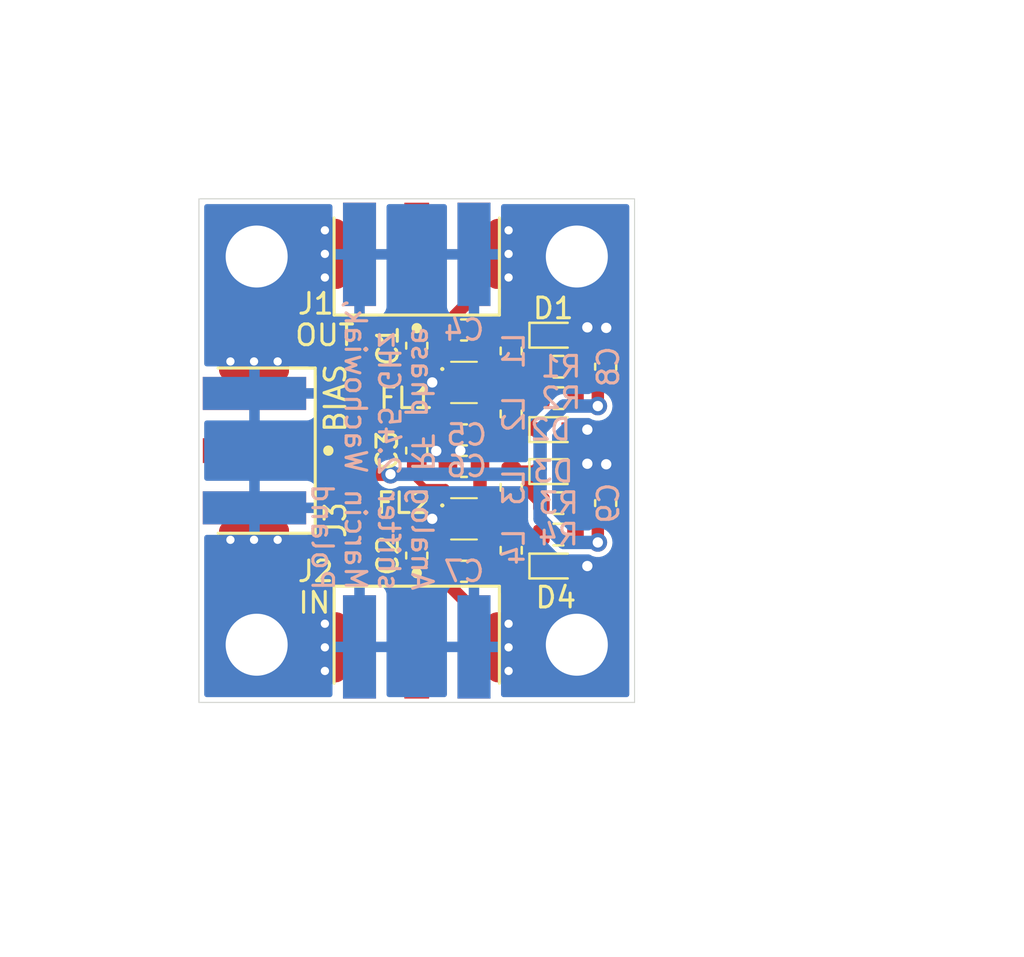
<source format=kicad_pcb>
(kicad_pcb (version 20211014) (generator pcbnew)
  (title_block (title "Analog RF phase shifter 2,4-2,5GHz") (date "2021-05-03") (rev "1.0.0") (company "Marcin Wachowiak, Poland"))
  (layers (0 "F.Cu" signal) (31 "B.Cu" signal) (34 "B.Paste" user) (35 "F.Paste" user) (36 "B.SilkS" user "B.Silkscreen") (37 "F.SilkS" user "F.Silkscreen") (38 "B.Mask" user) (39 "F.Mask" user) (44 "Edge.Cuts" user))
  (net 0 "")
  (net 1 "Net-(C1-Pad2)")
  (net 2 "Net-(C1-Pad1)")
  (net 3 "Net-(C3-Pad1)")
  (net 4 "Net-(C2-Pad1)")
  (net 5 "GND")
  (net 6 "Net-(D2-Pad1)")
  (net 7 "Net-(C5-Pad1)")
  (net 8 "Net-(C4-Pad1)")
  (net 9 "Net-(C6-Pad1)")
  (net 10 "Net-(C8-Pad1)")
  (net 11 "Net-(D1-Pad1)")
  (net 12 "Net-(D4-Pad1)")
  (net 13 "Net-(C2-Pad2)")
  (net 14 "Net-(C3-Pad2)")
  (net 15 "Net-(C7-Pad1)")
  (net 16 "Net-(L3-Pad2)")
  (footprint "Capacitor_SMD:C_0603_1608Metric" (layer "F.Cu") (at 84.455 52.07 90)
    (fp_text reference "C1" (at 0 -1.397 90) (layer "F.SilkS"))
    (fp_text value "100p")
    (fp_line (start -0.14058 -0.51) (end 0.14058 -0.51) (layer "F.SilkS") (width 0.12))
    (fp_line (start -0.14058 0.51) (end 0.14058 0.51) (layer "F.SilkS") (width 0.12))
    (pad "1" smd roundrect (at -0.775 0 90) (size 0.9 0.95) (layers "F.Cu" "F.Paste" "F.Mask") (net 2 "Net-(C1-Pad1)"))
    (pad "2" smd roundrect (at 0.775 0 90) (size 0.9 0.95) (layers "F.Cu" "F.Paste" "F.Mask") (net 1 "Net-(C1-Pad2)"))
  )
  (footprint "analog_rf_phase_shifter_module:C2327J5003AHF" (layer "F.Cu") (at 86.741 53.848 -90)
    (fp_text reference "FL1" (at 0.762 2.794) (layer "F.SilkS"))
    (fp_text value "C2327J5003AHF" hide)
    (fp_line (start -1 0.625) (end -1 -0.625) (layer "F.SilkS") (width 0.1))
    (fp_line (start -0.65 1.1) (end -0.65 1.1) (layer "F.SilkS") (width 0.1))
    (fp_line (start -0.65 1) (end -0.65 1) (layer "F.SilkS") (width 0.1))
    (fp_line (start 1 0.625) (end 1 -0.625) (layer "F.SilkS") (width 0.1))
    (fp_arc (start -0.65 1) (mid -0.6 1.05) (end -0.65 1.1) (layer "F.SilkS") (width 0.1))
    (fp_arc (start -0.65 1.1) (mid -0.7 1.05) (end -0.65 1) (layer "F.SilkS") (width 0.1))
    (pad "1" smd rect locked (at -0.65 0.495) (size 0.33 0.35) (layers "F.Cu" "F.Paste" "F.Mask") (net 2 "Net-(C1-Pad1)"))
    (pad "2" smd rect locked (at 0 0.495) (size 0.33 0.35) (layers "F.Cu" "F.Paste" "F.Mask") (net 5 "GND"))
    (pad "3" smd rect locked (at 0.65 0.495) (size 0.33 0.35) (layers "F.Cu" "F.Paste" "F.Mask") (net 14 "Net-(C3-Pad2)"))
    (pad "4" smd rect locked (at 0.65 -0.495) (size 0.33 0.35) (layers "F.Cu" "F.Paste" "F.Mask") (net 7 "Net-(C5-Pad1)"))
    (pad "5" smd rect locked (at 0 -0.495) (size 0.33 0.35) (layers "F.Cu" "F.Paste" "F.Mask") (net 5 "GND"))
    (pad "6" smd rect locked (at -0.65 -0.495) (size 0.33 0.35) (layers "F.Cu" "F.Paste" "F.Mask") (net 8 "Net-(C4-Pad1)"))
  )
  (footprint "Capacitor_SMD:C_0603_1608Metric" (layer "F.Cu") (at 84.455 62.23 90)
    (fp_text reference "C2" (at 0 -1.397 90) (layer "F.SilkS"))
    (fp_text value "100p")
    (fp_line (start -0.14058 -0.51) (end 0.14058 -0.51) (layer "F.SilkS") (width 0.12))
    (fp_line (start -0.14058 0.51) (end 0.14058 0.51) (layer "F.SilkS") (width 0.12))
    (pad "1" smd roundrect (at -0.775 0 90) (size 0.9 0.95) (layers "F.Cu" "F.Paste" "F.Mask") (net 4 "Net-(C2-Pad1)"))
    (pad "2" smd roundrect (at 0.775 0 90) (size 0.9 0.95) (layers "F.Cu" "F.Paste" "F.Mask") (net 13 "Net-(C2-Pad2)"))
  )
  (footprint "analog_rf_phase_shifter_module:CON-SMA-EDGE-S" (layer "F.Cu") (at 84.455 73.914 180)
    (fp_text reference "J2" (at 3.937 10.922) (layer "F.SilkS") (effects (justify right)))
    (fp_text value "CON-SMA-EDGE-S" hide)
    (fp_line (start -4 5.5) (end -4 10.2) (layer "F.SilkS") (width 0.15))
    (fp_line (start 4 5.5) (end 4 10.2) (layer "F.SilkS") (width 0.15))
    (fp_line (start -4 10.2) (end 4 10.2) (layer "F.SilkS") (width 0.15))
    (fp_circle (center 0 10.835) (end 0.125 10.835) (layer "F.SilkS") (width 0.25) (fill none))
    (pad "1" smd rect locked (at 0 7.26 180) (size 1.2 5) (layers "F.Cu" "F.Paste" "F.Mask") (net 4 "Net-(C2-Pad1)"))
    (pad "2" smd rect locked (at 2.77 7.26 180) (size 1.6 5) (layers "F.Cu" "F.Paste" "F.Mask") (net 5 "GND"))
    (pad "2" smd rect locked (at 2.77 7.26 180) (size 1.6 5) (layers "B.Cu" "B.Paste" "B.Mask") (net 5 "GND"))
    (pad "2" smd rect locked (at -2.77 7.26 180) (size 1.6 5) (layers "B.Cu" "B.Paste" "B.Mask") (net 5 "GND"))
    (pad "2" smd rect locked (at -2.77 7.26 180) (size 1.6 5) (layers "F.Cu" "F.Paste" "F.Mask") (net 5 "GND"))
  )
  (footprint "analog_rf_phase_shifter_module:CON-SMA-EDGE-S" (layer "F.Cu") (at 84.455 40.386)
    (fp_text reference "J1" (at -5.842 9.652) (layer "F.SilkS") (effects (justify left)))
    (fp_text value "CON-SMA-EDGE-S" hide)
    (fp_line (start -4 10.2) (end 4 10.2) (layer "F.SilkS") (width 0.15))
    (fp_line (start 4 5.5) (end 4 10.2) (layer "F.SilkS") (width 0.15))
    (fp_line (start -4 5.5) (end -4 10.2) (layer "F.SilkS") (width 0.15))
    (fp_circle (center 0 10.835) (end 0.125 10.835) (layer "F.SilkS") (width 0.25) (fill none))
    (pad "1" smd rect locked (at 0 7.26) (size 1.2 5) (layers "F.Cu" "F.Paste" "F.Mask") (net 1 "Net-(C1-Pad2)"))
    (pad "2" smd rect locked (at 2.77 7.26) (size 1.6 5) (layers "F.Cu" "F.Paste" "F.Mask") (net 5 "GND"))
    (pad "2" smd rect locked (at 2.77 7.26) (size 1.6 5) (layers "B.Cu" "B.Paste" "B.Mask") (net 5 "GND"))
    (pad "2" smd rect locked (at -2.77 7.26) (size 1.6 5) (layers "F.Cu" "F.Paste" "F.Mask") (net 5 "GND"))
    (pad "2" smd rect locked (at -2.77 7.26) (size 1.6 5) (layers "B.Cu" "B.Paste" "B.Mask") (net 5 "GND"))
  )
  (footprint "Diode_SMD:D_SOD-523" (layer "F.Cu") (at 91.059 56.134)
    (fp_text reference "D2" (at -0.127 0) (layer "B.SilkS") (effects (justify mirror)))
    (fp_text value "SMV1763-079LF ")
    (fp_line (start 0.7 -0.6) (end -1.15 -0.6) (layer "F.SilkS") (width 0.12))
    (fp_line (start -1.15 -0.6) (end -1.15 0.6) (layer "F.SilkS") (width 0.12))
    (fp_line (start 0.7 0.6) (end -1.15 0.6) (layer "F.SilkS") (width 0.12))
    (pad "1" smd rect (at -0.7 0 180) (size 0.6 0.7) (layers "F.Cu" "F.Paste" "F.Mask") (net 6 "Net-(D2-Pad1)"))
    (pad "2" smd rect (at 0.7 0 180) (size 0.6 0.7) (layers "F.Cu" "F.Paste" "F.Mask") (net 5 "GND"))
  )
  (footprint "analog_rf_phase_shifter_module:CON-SMA-EDGE-S" (layer "F.Cu") (at 69.342 57.15 90)
    (fp_text reference "J3" (at -4.318 11.176 270) (layer "F.SilkS") (effects (justify left)))
    (fp_text value "CON-SMA-EDGE-S" hide)
    (fp_line (start -4 10.2) (end 4 10.2) (layer "F.SilkS") (width 0.15))
    (fp_line (start 4 5.5) (end 4 10.2) (layer "F.SilkS") (width 0.15))
    (fp_line (start -4 5.5) (end -4 10.2) (layer "F.SilkS") (width 0.15))
    (fp_circle (center 0 10.835) (end 0.125 10.835) (layer "F.SilkS") (width 0.25) (fill none))
    (pad "1" smd rect locked (at 0 7.26 90) (size 1.2 5) (layers "F.Cu" "F.Paste" "F.Mask") (net 10 "Net-(C8-Pad1)"))
    (pad "2" smd rect locked (at -2.77 7.26 90) (size 1.6 5) (layers "B.Cu" "B.Paste" "B.Mask") (net 5 "GND"))
    (pad "2" smd rect locked (at 2.77 7.26 90) (size 1.6 5) (layers "B.Cu" "B.Paste" "B.Mask") (net 5 "GND"))
    (pad "2" smd rect locked (at 2.77 7.26 90) (size 1.6 5) (layers "F.Cu" "F.Paste" "F.Mask") (net 5 "GND"))
    (pad "2" smd rect locked (at -2.77 7.26 90) (size 1.6 5) (layers "F.Cu" "F.Paste" "F.Mask") (net 5 "GND"))
  )
  (footprint "Capacitor_SMD:C_0603_1608Metric" (layer "F.Cu") (at 86.741 57.912 180)
    (fp_text reference "C6" (at -0.127 0) (layer "B.SilkS") (effects (justify mirror)))
    (fp_text value "2p")
    (fp_line (start -0.14058 -0.51) (end 0.14058 -0.51) (layer "F.SilkS") (width 0.12))
    (fp_line (start -0.14058 0.51) (end 0.14058 0.51) (layer "F.SilkS") (width 0.12))
    (pad "1" smd roundrect (at -0.775 0 180) (size 0.9 0.95) (layers "F.Cu" "F.Paste" "F.Mask") (net 9 "Net-(C6-Pad1)"))
    (pad "2" smd roundrect (at 0.775 0 180) (size 0.9 0.95) (layers "F.Cu" "F.Paste" "F.Mask") (net 5 "GND"))
  )
  (footprint "Capacitor_SMD:C_0603_1608Metric" (layer "F.Cu") (at 86.741 51.308 180)
    (fp_text reference "C4" (at 0 0) (layer "B.SilkS") (effects (justify mirror)))
    (fp_text value "2p")
    (fp_line (start -0.14058 -0.51) (end 0.14058 -0.51) (layer "F.SilkS") (width 0.12))
    (fp_line (start -0.14058 0.51) (end 0.14058 0.51) (layer "F.SilkS") (width 0.12))
    (pad "1" smd roundrect (at -0.775 0 180) (size 0.9 0.95) (layers "F.Cu" "F.Paste" "F.Mask") (net 8 "Net-(C4-Pad1)"))
    (pad "2" smd roundrect (at 0.775 0 180) (size 0.9 0.95) (layers "F.Cu" "F.Paste" "F.Mask") (net 5 "GND"))
  )
  (footprint "Capacitor_SMD:C_0603_1608Metric" (layer "F.Cu") (at 86.741 62.992 180)
    (fp_text reference "C7" (at 0 0 180) (layer "B.SilkS") (effects (justify mirror)))
    (fp_text value "2p")
    (fp_line (start -0.14058 -0.51) (end 0.14058 -0.51) (layer "F.SilkS") (width 0.12))
    (fp_line (start -0.14058 0.51) (end 0.14058 0.51) (layer "F.SilkS") (width 0.12))
    (pad "1" smd roundrect (at -0.775 0 180) (size 0.9 0.95) (layers "F.Cu" "F.Paste" "F.Mask") (net 15 "Net-(C7-Pad1)"))
    (pad "2" smd roundrect (at 0.775 0 180) (size 0.9 0.95) (layers "F.Cu" "F.Paste" "F.Mask") (net 5 "GND"))
  )
  (footprint "Diode_SMD:D_SOD-523" (layer "F.Cu") (at 91.059 62.738)
    (fp_text reference "D4" (at 0.127 1.524) (layer "F.SilkS"))
    (fp_text value "SMV1763-079LF ")
    (fp_line (start 0.7 -0.6) (end -1.15 -0.6) (layer "F.SilkS") (width 0.12))
    (fp_line (start 0.7 0.6) (end -1.15 0.6) (layer "F.SilkS") (width 0.12))
    (fp_line (start -1.15 -0.6) (end -1.15 0.6) (layer "F.SilkS") (width 0.12))
    (pad "1" smd rect (at -0.7 0 180) (size 0.6 0.7) (layers "F.Cu" "F.Paste" "F.Mask") (net 12 "Net-(D4-Pad1)"))
    (pad "2" smd rect (at 0.7 0 180) (size 0.6 0.7) (layers "F.Cu" "F.Paste" "F.Mask") (net 5 "GND"))
  )
  (footprint "Resistor_SMD:R_0603_1608Metric" (layer "F.Cu") (at 91.313 59.69)
    (fp_text reference "R3" (at 0 0) (layer "B.SilkS") (effects (justify mirror)))
    (fp_text value "200")
    (fp_line (start -0.237258 -0.5225) (end 0.237258 -0.5225) (layer "F.SilkS") (width 0.12))
    (fp_line (start -0.237258 0.5225) (end 0.237258 0.5225) (layer "F.SilkS") (width 0.12))
    (pad "1" smd roundrect (at -0.825 0) (size 0.8 0.95) (layers "F.Cu" "F.Paste" "F.Mask") (net 16 "Net-(L3-Pad2)"))
    (pad "2" smd roundrect (at 0.825 0) (size 0.8 0.95) (layers "F.Cu" "F.Paste" "F.Mask") (net 10 "Net-(C8-Pad1)"))
  )
  (footprint "Resistor_SMD:R_0603_1608Metric" (layer "F.Cu") (at 91.313 53.086)
    (fp_text reference "R1" (at 0.127 0) (layer "B.SilkS") (effects (justify mirror)))
    (fp_text value "200")
    (fp_line (start -0.237258 0.5225) (end 0.237258 0.5225) (layer "F.SilkS") (width 0.12))
    (fp_line (start -0.237258 -0.5225) (end 0.237258 -0.5225) (layer "F.SilkS") (width 0.12))
    (pad "1" smd roundrect (at -0.825 0) (size 0.8 0.95) (layers "F.Cu" "F.Paste" "F.Mask") (net 11 "Net-(D1-Pad1)"))
    (pad "2" smd roundrect (at 0.825 0) (size 0.8 0.95) (layers "F.Cu" "F.Paste" "F.Mask") (net 10 "Net-(C8-Pad1)"))
  )
  (footprint "Inductor_SMD:L_0603_1608Metric" (layer "F.Cu") (at 89.027 61.976 -90)
    (fp_text reference "L4" (at -0.162779 -0.127 -270) (layer "B.SilkS") (effects (justify mirror)))
    (fp_text value "1.8n")
    (fp_line (start -0.162779 0.51) (end 0.162779 0.51) (layer "F.SilkS") (width 0.12))
    (fp_line (start -0.162779 -0.51) (end 0.162779 -0.51) (layer "F.SilkS") (width 0.12))
    (pad "1" smd roundrect (at -0.7875 0 270) (size 0.875 0.95) (layers "F.Cu" "F.Paste" "F.Mask") (net 15 "Net-(C7-Pad1)"))
    (pad "2" smd roundrect (at 0.7875 0 270) (size 0.875 0.95) (layers "F.Cu" "F.Paste" "F.Mask") (net 12 "Net-(D4-Pad1)"))
  )
  (footprint "Capacitor_SMD:C_0603_1608Metric" (layer "F.Cu") (at 86.741 56.388 180)
    (fp_text reference "C5" (at -0.127 0) (layer "B.SilkS") (effects (justify mirror)))
    (fp_text value "2p")
    (fp_line (start -0.14058 -0.51) (end 0.14058 -0.51) (layer "F.SilkS") (width 0.12))
    (fp_line (start -0.14058 0.51) (end 0.14058 0.51) (layer "F.SilkS") (width 0.12))
    (pad "1" smd roundrect (at -0.775 0 180) (size 0.9 0.95) (layers "F.Cu" "F.Paste" "F.Mask") (net 7 "Net-(C5-Pad1)"))
    (pad "2" smd roundrect (at 0.775 0 180) (size 0.9 0.95) (layers "F.Cu" "F.Paste" "F.Mask") (net 5 "GND"))
  )
  (footprint "Capacitor_SMD:C_0603_1608Metric" (layer "F.Cu") (at 93.599 53.086 90)
    (fp_text reference "C8" (at 0 0.127 90) (layer "B.SilkS") (effects (justify mirror)))
    (fp_text value "100p")
    (fp_line (start -0.14058 0.51) (end 0.14058 0.51) (layer "F.SilkS") (width 0.12))
    (fp_line (start -0.14058 -0.51) (end 0.14058 -0.51) (layer "F.SilkS") (width 0.12))
    (pad "1" smd roundrect (at -0.775 0 90) (size 0.9 0.95) (layers "F.Cu" "F.Paste" "F.Mask") (net 10 "Net-(C8-Pad1)"))
    (pad "2" smd roundrect (at 0.775 0 90) (size 0.9 0.95) (layers "F.Cu" "F.Paste" "F.Mask") (net 5 "GND"))
  )
  (footprint "Capacitor_SMD:C_0603_1608Metric" (layer "F.Cu") (at 84.455 57.15 90)
    (fp_text reference "C3" (at 0 -1.43 90) (layer "F.SilkS"))
    (fp_text value "100p")
    (fp_line (start -0.14058 0.51) (end 0.14058 0.51) (layer "F.SilkS") (width 0.12))
    (fp_line (start -0.14058 -0.51) (end 0.14058 -0.51) (layer "F.SilkS") (width 0.12))
    (pad "1" smd roundrect (at -0.775 0 90) (size 0.9 0.95) (layers "F.Cu" "F.Paste" "F.Mask") (net 3 "Net-(C3-Pad1)"))
    (pad "2" smd roundrect (at 0.775 0 90) (size 0.9 0.95) (layers "F.Cu" "F.Paste" "F.Mask") (net 14 "Net-(C3-Pad2)"))
  )
  (footprint "Diode_SMD:D_SOD-523" (layer "F.Cu") (at 91.059 58.166)
    (fp_text reference "D3" (at 0 0) (layer "B.SilkS") (effects (justify mirror)))
    (fp_text value "SMV1763-079LF ")
    (fp_line (start 0.7 0.6) (end -1.15 0.6) (layer "F.SilkS") (width 0.12))
    (fp_line (start -1.15 -0.6) (end -1.15 0.6) (layer "F.SilkS") (width 0.12))
    (fp_line (start 0.7 -0.6) (end -1.15 -0.6) (layer "F.SilkS") (width 0.12))
    (pad "1" smd rect (at -0.7 0 180) (size 0.6 0.7) (layers "F.Cu" "F.Paste" "F.Mask") (net 16 "Net-(L3-Pad2)"))
    (pad "2" smd rect (at 0.7 0 180) (size 0.6 0.7) (layers "F.Cu" "F.Paste" "F.Mask") (net 5 "GND"))
  )
  (footprint "Diode_SMD:D_SOD-523" (layer "F.Cu") (at 91.059 51.562)
    (fp_text reference "D1" (at 0 -1.3) (layer "F.SilkS"))
    (fp_text value "SMV1763-079LF ")
    (fp_line (start 0.7 0.6) (end -1.15 0.6) (layer "F.SilkS") (width 0.12))
    (fp_line (start -1.15 -0.6) (end -1.15 0.6) (layer "F.SilkS") (width 0.12))
    (fp_line (start 0.7 -0.6) (end -1.15 -0.6) (layer "F.SilkS") (width 0.12))
    (pad "1" smd rect (at -0.7 0 180) (size 0.6 0.7) (layers "F.Cu" "F.Paste" "F.Mask") (net 11 "Net-(D1-Pad1)"))
    (pad "2" smd rect (at 0.7 0 180) (size 0.6 0.7) (layers "F.Cu" "F.Paste" "F.Mask") (net 5 "GND"))
  )
  (footprint "Inductor_SMD:L_0603_1608Metric" (layer "F.Cu") (at 89.027 58.928 90)
    (fp_text reference "L3" (at 0 0.127 90) (layer "B.SilkS") (effects (justify mirror)))
    (fp_text value "1.8n")
    (fp_line (start -0.162779 -0.51) (end 0.162779 -0.51) (layer "F.SilkS") (width 0.12))
    (fp_line (start -0.162779 0.51) (end 0.162779 0.51) (layer "F.SilkS") (width 0.12))
    (pad "1" smd roundrect (at -0.7875 0 90) (size 0.875 0.95) (layers "F.Cu" "F.Paste" "F.Mask") (net 9 "Net-(C6-Pad1)"))
    (pad "2" smd roundrect (at 0.7875 0 90) (size 0.875 0.95) (layers "F.Cu" "F.Paste" "F.Mask") (net 16 "Net-(L3-Pad2)"))
  )
  (footprint "Inductor_SMD:L_0603_1608Metric" (layer "F.Cu") (at 89.027 55.372 -90)
    (fp_text reference "L2" (at 0 -0.127 -270) (layer "B.SilkS") (effects (justify mirror)))
    (fp_text value "1.8n")
    (fp_line (start -0.162779 0.51) (end 0.162779 0.51) (layer "F.SilkS") (width 0.12))
    (fp_line (start -0.162779 -0.51) (end 0.162779 -0.51) (layer "F.SilkS") (width 0.12))
    (pad "1" smd roundrect (at -0.7875 0 270) (size 0.875 0.95) (layers "F.Cu" "F.Paste" "F.Mask") (net 7 "Net-(C5-Pad1)"))
    (pad "2" smd roundrect (at 0.7875 0 270) (size 0.875 0.95) (layers "F.Cu" "F.Paste" "F.Mask") (net 6 "Net-(D2-Pad1)"))
  )
  (footprint "analog_rf_phase_shifter_module:C2327J5003AHF" (layer "F.Cu") (at 86.741 60.452 -90)
    (fp_text reference "FL2" (at -0.762 2.921 180) (layer "F.SilkS"))
    (fp_text value "C2327J5003AHF" hide)
    (fp_line (start -1 0.625) (end -1 -0.625) (layer "F.SilkS") (width 0.1))
    (fp_line (start 1 0.625) (end 1 -0.625) (layer "F.SilkS") (width 0.1))
    (fp_line (start -0.65 1.1) (end -0.65 1.1) (layer "F.SilkS") (width 0.1))
    (fp_line (start -0.65 1) (end -0.65 1) (layer "F.SilkS") (width 0.1))
    (fp_arc (start -0.65 1.1) (mid -0.7 1.05) (end -0.65 1) (layer "F.SilkS") (width 0.1))
    (fp_arc (start -0.65 1) (mid -0.6 1.05) (end -0.65 1.1) (layer "F.SilkS") (width 0.1))
    (pad "1" smd rect locked (at -0.65 0.495) (size 0.33 0.35) (layers "F.Cu" "F.Paste" "F.Mask") (net 3 "Net-(C3-Pad1)"))
    (pad "2" smd rect locked (at 0 0.495) (size 0.33 0.35) (layers "F.Cu" "F.Paste" "F.Mask") (net 5 "GND"))
    (pad "3" smd rect locked (at 0.65 0.495) (size 0.33 0.35) (layers "F.Cu" "F.Paste" "F.Mask") (net 13 "Net-(C2-Pad2)"))
    (pad "4" smd rect locked (at 0.65 -0.495) (size 0.33 0.35) (layers "F.Cu" "F.Paste" "F.Mask") (net 15 "Net-(C7-Pad1)"))
    (pad "5" smd rect locked (at 0 -0.495) (size 0.33 0.35) (layers "F.Cu" "F.Paste" "F.Mask") (net 5 "GND"))
    (pad "6" smd rect locked (at -0.65 -0.495) (size 0.33 0.35) (layers "F.Cu" "F.Paste" "F.Mask") (net 9 "Net-(C6-Pad1)"))
  )
  (footprint "Resistor_SMD:R_0603_1608Metric" (layer "F.Cu") (at 91.313 54.61)
    (fp_text reference "R2" (at 0.127 0) (layer "B.SilkS") (effects (justify mirror)))
    (fp_text value "200")
    (fp_line (start -0.237258 -0.5225) (end 0.237258 -0.5225) (layer "F.SilkS") (width 0.12))
    (fp_line (start -0.237258 0.5225) (end 0.237258 0.5225) (layer "F.SilkS") (width 0.12))
    (pad "1" smd roundrect (at -0.825 0) (size 0.8 0.95) (layers "F.Cu" "F.Paste" "F.Mask") (net 6 "Net-(D2-Pad1)"))
    (pad "2" smd roundrect (at 0.825 0) (size 0.8 0.95) (layers "F.Cu" "F.Paste" "F.Mask") (net 10 "Net-(C8-Pad1)"))
  )
  (footprint "Inductor_SMD:L_0603_1608Metric" (layer "F.Cu") (at 89.027 52.324 90)
    (fp_text reference "L1" (at 0 0.127 90) (layer "B.SilkS") (effects (justify mirror)))
    (fp_text value "1.8n")
    (fp_line (start -0.162779 -0.51) (end 0.162779 -0.51) (layer "F.SilkS") (width 0.12))
    (fp_line (start -0.162779 0.51) (end 0.162779 0.51) (layer "F.SilkS") (width 0.12))
    (pad "1" smd roundrect (at -0.7875 0 90) (size 0.875 0.95) (layers "F.Cu" "F.Paste" "F.Mask") (net 8 "Net-(C4-Pad1)"))
    (pad "2" smd roundrect (at 0.7875 0 90) (size 0.875 0.95) (layers "F.Cu" "F.Paste" "F.Mask") (net 11 "Net-(D1-Pad1)"))
  )
  (footprint "Capacitor_SMD:C_0603_1608Metric" (layer "F.Cu") (at 93.599 59.69 90)
    (fp_text reference "C9" (at 0 0.127 90) (layer "B.SilkS") (effects (justify mirror)))
    (fp_text value "100p")
    (fp_line (start -0.14058 -0.51) (end 0.14058 -0.51) (layer "F.SilkS") (width 0.12))
    (fp_line (start -0.14058 0.51) (end 0.14058 0.51) (layer "F.SilkS") (width 0.12))
    (pad "1" smd roundrect (at -0.775 0 90) (size 0.9 0.95) (layers "F.Cu" "F.Paste" "F.Mask") (net 10 "Net-(C8-Pad1)"))
    (pad "2" smd roundrect (at 0.775 0 90) (size 0.9 0.95) (layers "F.Cu" "F.Paste" "F.Mask") (net 5 "GND"))
  )
  (footprint "Resistor_SMD:R_0603_1608Metric" (layer "F.Cu") (at 91.313 61.214)
    (fp_text reference "R4" (at 0 0) (layer "B.SilkS") (effects (justify mirror)))
    (fp_text value "200")
    (fp_line (start -0.237258 0.5225) (end 0.237258 0.5225) (layer "F.SilkS") (width 0.12))
    (fp_line (start -0.237258 -0.5225) (end 0.237258 -0.5225) (layer "F.SilkS") (width 0.12))
    (pad "1" smd roundrect (at -0.825 0) (size 0.8 0.95) (layers "F.Cu" "F.Paste" "F.Mask") (net 12 "Net-(D4-Pad1)"))
    (pad "2" smd roundrect (at 0.825 0) (size 0.8 0.95) (layers "F.Cu" "F.Paste" "F.Mask") (net 10 "Net-(C8-Pad1)"))
  )
  (gr_line (start 73.914 69.342) (end 94.996 69.342) (layer "Edge.Cuts") (width 0.05))
  (gr_line (start 73.914 44.958) (end 73.914 69.342) (layer "Edge.Cuts") (width 0.05))
  (gr_line (start 94.996 44.958) (end 73.914 44.958) (layer "Edge.Cuts") (width 0.05))
  (gr_line (start 94.996 69.342) (end 94.996 44.958) (layer "Edge.Cuts") (width 0.05))
  (gr_text "Analog RF phase \nshifter 2.45 GHz\nMarcin Wachowiak, \nPoland\n" (at 82.296 64.008 270) (layer "B.SilkS") (effects (font (size 1 1)) (justify left mirror)))
  (gr_text "IN" (at 79.502 64.516) (layer "F.SilkS") (effects (font (size 1 1))))
  (gr_text "BIAS\n" (at 80.518 54.61 90) (layer "F.SilkS") (effects (font (size 1 1))))
  (gr_text "OUT" (at 80.01 51.562) (layer "F.SilkS") (effects (font (size 1 1))))
  (segment (start 84.455 47.646) (end 84.455 51.295) (width 1.09952) (layer "F.Cu") (net 1))
  (segment (start 85.893 52.845) (end 86.246 53.198) (width 0.325) (layer "F.Cu") (net 2))
  (segment (start 84.455 52.845) (end 85.893 52.845) (width 0.325) (layer "F.Cu") (net 2))
  (segment (start 86.246 59.802) (end 86.246 59.322) (width 0.325) (layer "F.Cu") (net 3))
  (segment (start 85.852 58.928) (end 84.836 58.928) (width 0.325) (layer "F.Cu") (net 3))
  (segment (start 86.246 59.322) (end 85.852 58.928) (width 0.325) (layer "F.Cu") (net 3))
  (segment (start 84.836 58.928) (end 84.455 58.547) (width 0.325) (layer "F.Cu") (net 3))
  (segment (start 84.455 58.547) (end 84.455 57.925) (width 0.325) (layer "F.Cu") (net 3))
  (segment (start 84.455 66.654) (end 84.455 63.005) (width 1.09952) (layer "F.Cu") (net 4))
  (segment (start 75.438 61.468) (end 75.438 61.084) (width 1.09952) (layer "F.Cu") (net 5))
  (segment (start 91.759 56.134) (end 92.71 56.134) (width 0.6) (layer "F.Cu") (net 5))
  (segment (start 85.729045 60.181555) (end 85.475045 60.181555) (width 0.25) (layer "F.Cu") (net 5))
  (segment (start 85.2046 60.452) (end 85.6618 60.452) (width 0.5) (layer "F.Cu") (net 5))
  (segment (start 93.2688 51.562) (end 93.6244 51.2064) (width 0.6) (layer "F.Cu") (net 5))
  (segment (start 80.563 65.532) (end 81.685 66.654) (width 1.09952) (layer "F.Cu") (net 5))
  (segment (start 86.2206 53.975) (end 86.3476 53.848) (width 0.25) (layer "F.Cu") (net 5))
  (segment (start 85.2046 60.452) (end 85.2046 60.579) (width 0.25) (layer "F.Cu") (net 5))
  (segment (start 93.599 51.181) (end 93.6244 51.2064) (width 0.6) (layer "F.Cu") (net 5))
  (segment (start 80.01 67.818) (end 80.521 67.818) (width 1.09952) (layer "F.Cu") (net 5))
  (segment (start 86.0936 60.452) (end 86.0936 60.423536) (width 0.25) (layer "F.Cu") (net 5))
  (segment (start 80.521 67.818) (end 81.685 66.654) (width 1.09952) (layer "F.Cu") (net 5))
  (segment (start 85.729045 54.11724) (end 85.475045 54.11724) (width 0.25) (layer "F.Cu") (net 5))
  (segment (start 86.206368 60.310768) (end 86.079368 60.310768) (width 0.25) (layer "F.Cu") (net 5))
  (segment (start 92.329 51.562) (end 92.71 51.181) (width 0.6) (layer "F.Cu") (net 5))
  (segment (start 92.075 58.166) (end 92.85 58.166) (width 0.6) (layer "F.Cu") (net 5))
  (segment (start 85.729045 60.72124) (end 85.475045 60.72124) (width 0.25) (layer "F.Cu") (net 5))
  (segment (start 93.2688 58.166) (end 93.6244 57.8104) (width 0.6) (layer "F.Cu") (net 5))
  (segment (start 88.9 65.532) (end 88.347 65.532) (width 1.09952) (layer "F.Cu") (net 5))
  (segment (start 86.3476 60.452) (end 86.206368 60.310768) (width 0.25) (layer "F.Cu") (net 5))
  (segment (start 85.2046 53.848) (end 85.617652 53.848) (width 0.79) (layer "F.Cu") (net 5))
  (segment (start 86.0936 53.975) (end 86.2206 53.975) (width 0.25) (layer "F.Cu") (net 5))
  (segment (start 88.9 46.482) (end 88.389 46.482) (width 1.09952) (layer "F.Cu") (net 5))
  (segment (start 77.724 61.042) (end 76.602 59.92) (width 1.09952) (layer "F.Cu") (net 5))
  (segment (start 88.389 67.818) (end 87.225 66.654) (width 1.09952) (layer "F.Cu") (net 5))
  (segment (start 85.2046 60.452) (end 85.617652 60.452) (width 0.79) (layer "F.Cu") (net 5))
  (segment (start 88.9 46.482) (end 88.9 48.768) (width 1.09952) (layer "F.Cu") (net 5))
  (segment (start 86.0936 53.819536) (end 86.206368 53.706768) (width 0.25) (layer "F.Cu") (net 5))
  (segment (start 85.966 50.94) (end 87.225 49.681) (width 0.6) (layer "F.Cu") (net 5))
  (segment (start 86.0936 60.579) (end 86.2206 60.579) (width 0.25) (layer "F.Cu") (net 5))
  (segment (start 92.71 57.785) (end 93.599 57.785) (width 0.65) (layer "F.Cu") (net 5))
  (segment (start 85.87249 60.579) (end 86.2206 60.579) (width 0.25) (layer "F.Cu") (net 5))
  (segment (start 85.966 56.388) (end 85.966 57.29) (width 0.65) (layer "F.Cu") (net 5))
  (segment (start 80.01 46.482) (end 80.521 46.482) (width 1.09952) (layer "F.Cu") (net 5))
  (segment (start 75.438 61.468) (end 77.724 61.468) (width 1.09952) (layer "F.Cu") (net 5))
  (segment (start 85.966 56.388) (end 85.966 56.59954) (width 0.65) (layer "F.Cu") (net 5))
  (segment (start 91.759 51.562) (end 92.329 51.562) (width 0.6) (layer "F.Cu") (net 5))
  (segment (start 91.759 51.562) (end 93.2688 51.562) (width 0.6) (layer "F.Cu") (net 5))
  (segment (start 86.0936 53.848) (end 86.0936 53.975) (width 0.25) (layer "F.Cu") (net 5))
  (segment (start 85.966 56.59954) (end 85.398403 57.167137) (width 0.65) (layer "F.Cu") (net 5))
  (segment (start 91.759 62.738) (end 92.71 62.738) (width 0.6) (layer "F.Cu") (net 5))
  (segment (start 86.3476 53.848) (end 86.2466 53.848) (width 0.25) (layer "F.Cu") (net 5))
  (segment (start 85.966 57.7472) (end 86.5632 57.15) (width 0.65) (layer "F.Cu") (net 5))
  (segment (start 86.2466 60.452) (end 87.2236 60.452) (width 0.35) (layer "F.Cu") (net 5))
  (segment (start 85.966 57.912) (end 85.966 57.7472) (width 0.65) (layer "F.Cu") (net 5))
  (segment (start 80.01 67.31) (end 80.01 67.818) (width 1.09952) (layer "F.Cu") (net 5))
  (segment (start 87.225 64.873) (end 87.225 66.654) (width 0.6) (layer "F.Cu") (net 5))
  (segment (start 92.329 51.562) (end 92.85 51.562) (width 0.6) (layer "F.Cu") (net 5))
  (segment (start 86.3476 53.848) (end 86.206368 53.706768) (width 0.25) (layer "F.Cu") (net 5))
  (segment (start 85.6618 60.452) (end 85.9666 60.452) (width 0.5) (layer "F.Cu") (net 5))
  (segment (start 85.966 56.5528) (end 86.5632 57.15) (width 0.65) (layer "F.Cu") (net 5))
  (segment (start 81.685 66.654) (end 80.031 66.654) (width 1.09952) (layer "F.Cu") (net 5))
  (segment (start 93.599 51.8922) (end 93.2688 51.562) (width 0.6) (layer "F.Cu") (net 5))
  (segment (start 80.563 48.768) (end 81.685 47.646) (width 1.09952) (layer "F.Cu") (net 5))
  (segment (start 80.01 65.532) (end 80.563 65.532) (width 1.09952) (layer "F.Cu") (net 5))
  (segment (start 86.3606 60.452) (end 85.9666 60.452) (width 0.35) (layer "F.Cu") (net 5))
  (segment (start 80.01 46.482) (end 80.01 48.768) (width 1.09952) (layer "F.Cu") (net 5))
  (segment (start 85.475045 53.577555) (end 85.2046 53.848) (width 0.25) (layer "F.Cu") (net 5))
  (segment (start 86.3606 53.848) (end 86.2206 53.848) (width 0.25) (layer "F.Cu") (net 5))
  (segment (start 88.9 48.768) (end 88.347 48.768) (width 1.09952) (layer "F.Cu") (net 5))
  (segment (start 92.85 58.166) (end 93.599 58.915) (width 0.6) (layer "F.Cu") (net 5))
  (segment (start 86.3606 60.452) (end 86.2206 60.452) (width 0.25) (layer "F.Cu") (net 5))
  (segment (start 86.0936 60.452) (end 86.0936 60.579) (width 0.25) (layer "F.Cu") (net 5))
  (segment (start 77.724 61.468) (end 77.724 61.042) (width 1.09952) (layer "F.Cu") (net 5))
  (segment (start 85.2046 53.975) (end 85.3316 54.102) (width 0.25) (layer "F.Cu") (net 5))
  (segment (start 86.2466 53.848) (end 87.2236 53.848) (width 0.35) (layer "F.Cu") (net 5))
  (segment (start 86.0936 53.848) (end 85.9666 53.848) (width 0.35) (layer "F.Cu") (net 5))
  (segment (start 85.74549 60.706) (end 85.87249 60.579) (width 0.25) (layer "F.Cu") (net 5))
  (segment (start 88.9 67.818) (end 88.389 67.818) (width 1.09952) (layer "F.Cu") (net 5))
  (segment (start 80.01 65.532) (end 80.01 67.31) (width 1.09952) (layer "F.Cu") (net 5))
  (segment (start 86.3606 53.848) (end 86.3476 53.848) (width 0.25) (layer "F.Cu") (net 5))
  (segment (start 86.3476 60.452) (end 86.2466 60.452) (width 0.25) (layer "F.Cu") (net 5))
  (segment (start 85.3316 60.706) (end 85.74549 60.706) (width 0.25) (layer "F.Cu") (net 5))
  (segment (start 85.966 62.992) (end 85.966 63.614) (width 0.6) (layer "F.Cu") (net 5))
  (segment (start 86.079368 53.706768) (end 85.858258 53.706768) (width 0.25) (layer "F.Cu") (net 5))
  (segment (start 77.724 52.832) (end 75.438 52.832) (width 1.09952) (layer "F.Cu") (net 5))
  (segment (start 85.858258 60.310768) (end 85.729045 60.181555) (width 0.25) (layer "F.Cu") (net 5))
  (segment (start 85.966 63.614) (end 87.225 64.873) (width 0.6) (layer "F.Cu") (net 5))
  (segment (start 93.599 57.785) (end 93.6244 57.8104) (width 0.65) (layer "F.Cu") (net 5))
  (segment (start 86.0936 60.452) (end 85.9666 60.452) (width 0.35) (layer "F.Cu") (net 5))
  (segment (start 93.6244 52.2856) (end 93.599 52.311) (width 0.6) (layer "F.Cu") (net 5))
  (segment (start 87.246 66.675) (end 87.225 66.654) (width 1.09952) (layer "F.Cu") (net 5))
  (segment (start 85.87249 53.975) (end 86.2206 53.975) (width 0.25) (layer "F.Cu") (net 5))
  (segment (start 85.966 57.912) (end 85.966 57.734734) (width 0.65) (layer "F.Cu") (net 5))
  (segment (start 92.85 51.562) (end 93.599 52.311) (width 0.6) (layer "F.Cu") (net 5))
  (segment (start 85.966 56.388) (end 85.966 56.5528) (width 0.65) (layer "F.Cu") (net 5))
  (segment (start 85.4586 60.452) (end 85.2046 60.452) (width 0.35) (layer "F.Cu") (net 5))
  (segment (start 85.2046 60.579) (end 85.3316 60.706) (width 0.25) (layer "F.Cu") (net 5))
  (segment (start 92.85 58.166) (end 93.2688 58.166) (width 0.6) (layer "F.Cu") (net 5))
  (segment (start 80.01 48.768) (end 80.563 48.768) (width 1.09952) (layer "F.Cu") (net 5))
  (segment (start 85.729045 53.577555) (end 85.475045 53.577555) (width 0.25) (layer "F.Cu") (net 5))
  (segment (start 88.347 65.532) (end 87.225 66.654) (width 1.09952) (layer "F.Cu") (net 5))
  (segment (start 92.075 58.166) (end 92.329 58.166) (width 0.6) (layer "F.Cu") (net 5))
  (segment (start 93.599 52.311) (end 93.599 51.8922) (width 0.6) (layer "F.Cu") (net 5))
  (segment (start 86.0936 53.848) (end 86.0936 53.819536) (width 0.25) (layer "F.Cu") (net 5))
  (segment (start 76.581 54.359) (end 76.602 54.38) (width 1.09952) (layer "F.Cu") (net 5))
  (segment (start 87.246 47.625) (end 87.225 47.646) (width 1.09952) (layer "F.Cu") (net 5))
  (segment (start 86.3606 53.848) (end 85.9666 53.848) (width 0.35) (layer "F.Cu") (net 5))
  (segment (start 86.079368 60.310768) (end 85.758884 60.310768) (width 0.25) (layer "F.Cu") (net 5))
  (segment (start 85.858258 53.706768) (end 85.729045 53.577555) (width 0.25) (layer "F.Cu") (net 5))
  (segment (start 88.389 46.482) (end 87.225 47.646) (width 1.09952) (layer "F.Cu") (net 5))
  (segment (start 93.6244 57.8104) (end 93.6244 58.8896) (width 0.6) (layer "F.Cu") (net 5))
  (segment (start 88.347 48.768) (end 87.225 47.646) (width 1.09952) (layer "F.Cu") (net 5))
  (segment (start 86.0936 53.848) (end 85.617652 53.848) (width 0.25) (layer "F.Cu") (net 5))
  (segment (start 77.724 52.832) (end 77.724 53.258) (width 1.09952) (layer "F.Cu") (net 5))
  (segment (start 85.74549 54.102) (end 85.87249 53.975) (width 0.25) (layer "F.Cu") (net 5))
  (segment (start 87.225 49.681) (end 87.225 47.646) (width 0.6) (layer "F.Cu") (net 5))
  (segment (start 76.581 61.468) (end 76.581 59.941) (width 1.09952) (layer "F.Cu") (net 5))
  (segment (start 85.6618 53.848) (end 85.9666 53.848) (width 0.5) (layer "F.Cu") (net 5))
  (segment (start 91.759 58.166) (end 92.075 58.166) (width 0.6) (layer "F.Cu") (net 5))
  (segment (start 86.079368 53.706768) (end 85.758884 53.706768) (width 0.25) (layer "F.Cu") (net 5))
  (segment (start 88.9 47.625) (end 87.246 47.625) (width 1.09952) (layer "F.Cu") (net 5))
  (segment (start 86.3606 60.452) (end 86.3476 60.452) (width 0.25) (layer "F.Cu") (net 5))
  (segment (start 80.01 47.625) (end 81.664 47.625) (width 1.09952) (layer "F.Cu") (net 5))
  (segment (start 80.031 66.654) (end 80.01 66.675) (width 1.09952) (layer "F.Cu") (net 5))
  (segment (start 85.966 57.734734) (end 85.398403 57.167137) (width 0.65) (layer "F.Cu") (net 5))
  (segment (start 81.664 47.625) (end 81.685 47.646) (width 1.09952) (layer "F.Cu") (net 5))
  (segment (start 76.581 52.832) (end 76.581 54.359) (width 1.09952) (layer "F.Cu") (net 5))
  (segment (start 77.724 53.258) (end 76.602 54.38) (width 1.09952) (layer "F.Cu") (net 5))
  (segment (start 75.438 61.084) (end 76.602 59.92) (width 1.09952) (layer "F.Cu") (net 5))
  (segment (start 86.206368 53.706768) (end 86.079368 53.706768) (width 0.25) (layer "F.Cu") (net 5))
  (segment (start 75.438 52.832) (end 75.438 53.216) (width 1.09952) (layer "F.Cu") (net 5))
  (segment (start 85.2046 53.848) (end 85.2046 53.975) (width 0.25) (layer "F.Cu") (net 5))
  (segment (start 75.438 53.216) (end 76.602 54.38) (width 1.09952) (layer "F.Cu") (net 5))
  (segment (start 93.6244 51.2064) (end 93.6244 52.2856) (width 0.6) (layer "F.Cu") (net 5))
  (segment (start 85.966 51.308) (end 85.966 50.94) (width 0.6) (layer "F.Cu") (net 5))
  (segment (start 76.581 59.941) (end 76.602 59.92) (width 1.09952) (layer "F.Cu") (net 5))
  (segment (start 92.71 51.181) (end 93.599 51.181) (width 0.6) (layer "F.Cu") (net 5))
  (segment (start 80.521 46.482) (end 81.685 47.646) (width 1.09952) (layer "F.Cu") (net 5))
  (segment (start 85.966 57.29) (end 85.966 57.912) (width 0.65) (layer "F.Cu") (net 5))
  (segment (start 88.9 66.675) (end 87.246 66.675) (width 1.09952) (layer "F.Cu") (net 5))
  (segment (start 93.6244 58.8896) (end 93.599 58.915) (width 0.6) (layer "F.Cu") (net 5))
  (segment (start 88.9 67.818) (end 88.9 65.532) (width 1.09952) (layer "F.Cu") (net 5))
  (segment (start 86.2206 60.579) (end 86.3476 60.452) (width 0.25) (layer "F.Cu") (net 5))
  (segment (start 85.758884 60.310768) (end 85.617652 60.452) (width 0.25) (layer "F.Cu") (net 5))
  (segment (start 85.9666 53.848) (end 85.4586 53.848) (width 0.35) (layer "F.Cu") (net 5))
  (segment (start 86.0936 60.423536) (end 86.206368 60.310768) (width 0.25) (layer "F.Cu") (net 5))
  (segment (start 92.329 58.166) (end 92.71 57.785) (width 0.6) (layer "F.Cu") (net 5))
  (segment (start 85.4586 53.848) (end 85.2046 53.848) (width 0.35) (layer "F.Cu") (net 5))
  (segment (start 86.0936 60.452) (end 85.617652 60.452) (width 0.25) (layer "F.Cu") (net 5))
  (segment (start 85.758884 53.706768) (end 85.617652 53.848) (width 0.25) (layer "F.Cu") (net 5))
  (segment (start 85.2046 53.848) (end 85.6618 53.848) (width 0.5) (layer "F.Cu") (net 5))
  (segment (start 85.9666 60.452) (end 85.4586 60.452) (width 0.35) (layer "F.Cu") (net 5))
  (segment (start 86.079368 60.310768) (end 85.858258 60.310768) (width 0.25) (layer "F.Cu") (net 5))
  (segment (start 85.3316 54.102) (end 85.74549 54.102) (width 0.25) (layer "F.Cu") (net 5))
  (segment (start 85.475045 60.181555) (end 85.2046 60.452) (width 0.25) (layer "F.Cu") (net 5))
  (via (at 80.01 67.818) (size 0.8) (drill 0.4) (layers "F.Cu" "B.Cu") (net 5))
  (via (at 80.01 48.768) (size 0.8) (drill 0.4) (layers "F.Cu" "B.Cu") (net 5))
  (via (at 92.202 47.752) (size 5) (drill 3) (layers "F.Cu" "B.Cu") (net 5))
  (via (at 76.708 66.548) (size 5) (drill 3) (layers "F.Cu" "B.Cu") (net 5))
  (via (at 92.202 66.548) (size 5) (drill 3) (layers "F.Cu" "B.Cu") (net 5))
  (via (at 77.724 52.832) (size 0.8) (drill 0.4) (layers "F.Cu" "B.Cu") (net 5))
  (via (at 75.438 61.468) (size 0.8) (drill 0.4) (layers "F.Cu" "B.Cu") (net 5))
  (via (at 76.581 61.468) (size 0.8) (drill 0.4) (layers "F.Cu" "B.Cu") (net 5))
  (via (at 76.581 52.832) (size 0.8) (drill 0.4) (layers "F.Cu" "B.Cu") (net 5))
  (via (at 77.724 61.468) (size 0.8) (drill 0.4) (layers "F.Cu" "B.Cu") (net 5))
  (via (at 75.438 52.832) (size 0.8) (drill 0.4) (layers "F.Cu" "B.Cu") (net 5))
  (via (at 92.71 51.181) (size 0.9) (drill 0.5) (layers "F.Cu" "B.Cu") (net 5))
  (via (at 80.01 47.625) (size 0.8) (drill 0.4) (layers "F.Cu" "B.Cu") (net 5))
  (via (at 85.2046 53.848) (size 0.9) (drill 0.5) (layers "F.Cu" "B.Cu") (net 5))
  (via (at 92.71 62.738) (size 0.9) (drill 0.5) (layers "F.Cu" "B.Cu") (net 5))
  (via (at 86.5632 57.15) (size 0.9) (drill 0.5) (layers "F.Cu" "B.Cu") (net 5))
  (via (at 88.9 48.768) (size 0.8) (drill 0.4) (layers "F.Cu" "B.Cu") (net 5))
  (via (at 80.01 65.532) (size 0.8) (drill 0.4) (layers "F.Cu" "B.Cu") (net 5))
  (via (at 93.6244 57.8104) (size 0.9) (drill 0.5) (layers "F.Cu" "B.Cu") (net 5))
  (via (at 76.708 47.752) (size 5) (drill 3) (layers "F.Cu" "B.Cu") (net 5))
  (via (at 88.9 65.532) (size 0.8) (drill 0.4) (layers "F.Cu" "B.Cu") (net 5))
  (via (at 88.9 67.818) (size 0.8) (drill 0.4) (layers "F.Cu" "B.Cu") (net 5))
  (via (at 93.6244 51.2064) (size 0.9) (drill 0.5) (layers "F.Cu" "B.Cu") (net 5))
  (via (at 92.71 57.785) (size 0.9) (drill 0.5) (layers "F.Cu" "B.Cu") (net 5))
  (via (at 80.01 66.675) (size 0.8) (drill 0.4) (layers "F.Cu" "B.Cu") (net 5))
  (via (at 88.9 46.482) (size 0.8) (drill 0.4) (layers "F.Cu" "B.Cu") (net 5))
  (via (at 88.9 47.625) (size 0.8) (drill 0.4) (layers "F.Cu" "B.Cu") (net 5))
  (via (at 85.2046 60.452) (size 0.9) (drill 0.5) (layers "F.Cu" "B.Cu") (net 5))
  (via (at 88.9 66.675) (size 0.8) (drill 0.4) (layers "F.Cu" "B.Cu") (net 5))
  (via (at 80.01 46.482) (size 0.8) (drill 0.4) (layers "F.Cu" "B.Cu") (net 5))
  (via (at 85.398403 57.167137) (size 0.9) (drill 0.5) (layers "F.Cu" "B.Cu") (net 5))
  (via (at 92.71 56.134) (size 0.9) (drill 0.5) (layers "F.Cu" "B.Cu") (net 5))
  (segment (start 89.0525 56.134) (end 89.027 56.1595) (width 0.6) (layer "F.Cu") (net 6))
  (segment (start 90.488 54.61) (end 90.488 54.8) (width 0.6) (layer "F.Cu") (net 6))
  (segment (start 89.916 56.134) (end 89.0525 56.134) (width 0.6) (layer "F.Cu") (net 6))
  (segment (start 90.359 56.134) (end 89.916 56.134) (width 0.6) (layer "F.Cu") (net 6))
  (segment (start 90.488 54.8) (end 89.916 55.372) (width 0.6) (layer "F.Cu") (net 6))
  (segment (start 89.916 55.372) (end 89.916 56.134) (width 0.6) (layer "F.Cu") (net 6))
  (segment (start 90.3335 56.1595) (end 90.359 56.134) (width 0.6) (layer "F.Cu") (net 6))
  (segment (start 87.236 54.498) (end 87.264 54.498) (width 0.325) (layer "F.Cu") (net 7))
  (segment (start 87.264 54.498) (end 87.757 54.991) (width 0.325) (layer "F.Cu") (net 7))
  (segment (start 87.757 54.991) (end 88.1635 54.5845) (width 0.65) (layer "F.Cu") (net 7))
  (segment (start 87.516 56.388) (end 87.516 55.232) (width 0.65) (layer "F.Cu") (net 7))
  (segment (start 87.516 55.232) (end 87.757 54.991) (width 0.65) (layer "F.Cu") (net 7))
  (segment (start 88.1635 54.5845) (end 89.027 54.5845) (width 0.65) (layer "F.Cu") (net 7))
  (segment (start 87.264 53.198) (end 87.757 52.705) (width 0.325) (layer "F.Cu") (net 8))
  (segment (start 88.1635 53.1115) (end 89.027 53.1115) (width 0.65) (layer "F.Cu") (net 8))
  (segment (start 87.236 53.198) (end 87.264 53.198) (width 0.325) (layer "F.Cu") (net 8))
  (segment (start 87.516 51.308) (end 87.516 52.464) (width 0.65) (layer "F.Cu") (net 8))
  (segment (start 87.516 52.464) (end 87.757 52.705) (width 0.65) (layer "F.Cu") (net 8))
  (segment (start 87.757 52.705) (end 88.1635 53.1115) (width 0.65) (layer "F.Cu") (net 8))
  (segment (start 87.516 57.912) (end 87.516 59.068) (width 0.65) (layer "F.Cu") (net 9))
  (segment (start 88.1635 59.7155) (end 89.027 59.7155) (width 0.65) (layer "F.Cu") (net 9))
  (segment (start 87.516 59.068) (end 87.757 59.309) (width 0.65) (layer "F.Cu") (net 9))
  (segment (start 87.236 59.802) (end 87.264 59.802) (width 0.325) (layer "F.Cu") (net 9))
  (segment (start 87.264 59.802) (end 87.757 59.309) (width 0.325) (layer "F.Cu") (net 9))
  (segment (start 87.757 59.309) (end 88.1635 59.7155) (width 0.65) (layer "F.Cu") (net 9))
  (segment (start 92.138 54.192) (end 92.469 53.861) (width 0.6) (layer "F.Cu") (net 10))
  (segment (start 92.469 53.861) (end 92.138 53.53) (width 0.6) (layer "F.Cu") (net 10))
  (segment (start 92.138 61.214) (end 92.138 60.796) (width 0.6) (layer "F.Cu") (net 10))
  (segment (start 92.138 53.53) (end 92.138 54.61) (width 0.6) (layer "F.Cu") (net 10))
  (segment (start 92.469 60.465) (end 92.138 60.134) (width 0.6) (layer "F.Cu") (net 10))
  (segment (start 92.8246 53.861) (end 92.469 53.861) (width 0.6) (layer "F.Cu") (net 10))
  (segment (start 93.599 53.861) (end 92.8246 53.861) (width 0.6) (layer "F.Cu") (net 10))
  (segment (start 93.218 60.732) (end 92.951 60.465) (width 0.6) (layer "F.Cu") (net 10))
  (segment (start 80.518 57.15) (end 76.602 57.15) (width 0.65) (layer "F.Cu") (net 10))
  (segment (start 92.138 53.086) (end 92.138 53.53) (width 0.6) (layer "F.Cu") (net 10))
  (segment (start 92.951 60.465) (end 92.469 60.465) (width 0.6) (layer "F.Cu") (net 10))
  (segment (start 93.218 54.991) (end 93.218 54.2544) (width 0.6) (layer "F.Cu") (net 10))
  (segment (start 83.185 58.293) (end 81.661 58.293) (width 0.65) (layer "F.Cu") (net 10))
  (segment (start 92.138 60.134) (end 92.138 59.69) (width 0.6) (layer "F.Cu") (net 10))
  (segment (start 92.138 54.61) (end 92.138 54.192) (width 0.6) (layer "F.Cu") (net 10))
  (segment (start 93.218 54.2544) (end 92.8246 53.861) (width 0.6) (layer "F.Cu") (net 10))
  (segment (start 81.661 58.293) (end 80.518 57.15) (width 0.65) (layer "F.Cu") (net 10))
  (segment (start 92.138 60.796) (end 92.469 60.465) (width 0.6) (layer "F.Cu") (net 10))
  (segment (start 93.218 61.595) (end 93.218 60.732) (width 0.6) (layer "F.Cu") (net 10))
  (segment (start 93.599 60.465) (end 92.951 60.465) (width 0.6) (layer "F.Cu") (net 10))
  (segment (start 92.138 61.214) (end 92.138 60.134) (width 0.6) (layer "F.Cu") (net 10))
  (via (at 93.218 54.991) (size 0.9) (drill 0.5) (layers "F.Cu" "B.Cu") (net 10))
  (via (at 83.185 58.293) (size 0.9) (drill 0.5) (layers "F.Cu" "B.Cu") (net 10))
  (via (at 93.218 61.595) (size 0.9) (drill 0.5) (layers "F.Cu" "B.Cu") (net 10))
  (segment (start 83.185 58.293) (end 90.17 58.293) (width 0.65) (layer "B.Cu") (net 10))
  (segment (start 93.218 61.595) (end 91.567 61.595) (width 0.65) (layer "B.Cu") (net 10))
  (segment (start 90.17 58.293) (end 90.424 58.039) (width 0.65) (layer "B.Cu") (net 10))
  (segment (start 91.567 54.991) (end 90.424 56.134) (width 0.65) (layer "B.Cu") (net 10))
  (segment (start 91.567 61.595) (end 90.424 60.452) (width 0.65) (layer "B.Cu") (net 10))
  (segment (start 90.424 56.134) (end 90.424 58.039) (width 0.65) (layer "B.Cu") (net 10))
  (segment (start 90.424 60.452) (end 90.424 58.547) (width 0.65) (layer "B.Cu") (net 10))
  (segment (start 93.218 54.991) (end 91.567 54.991) (width 0.65) (layer "B.Cu") (net 10))
  (segment (start 90.17 58.293) (end 90.424 58.547) (width 0.65) (layer "B.Cu") (net 10))
  (segment (start 90.424 58.039) (end 90.424 58.547) (width 0.65) (layer "B.Cu") (net 10))
  (segment (start 89.916 52.509034) (end 89.916 51.562) (width 0.6) (layer "F.Cu") (net 11))
  (segment (start 89.0525 51.562) (end 89.027 51.5365) (width 0.6) (layer "F.Cu") (net 11))
  (segment (start 89.916 51.562) (end 89.0525 51.562) (width 0.6) (layer "F.Cu") (net 11))
  (segment (start 90.359 51.562) (end 89.916 51.562) (width 0.6) (layer "F.Cu") (net 11))
  (segment (start 90.488 53.086) (end 90.488 53.081034) (width 0.6) (layer "F.Cu") (net 11))
  (segment (start 90.488 53.081034) (end 89.916 52.509034) (width 0.6) (layer "F.Cu") (net 11))
  (segment (start 89.916 62.738) (end 89.0525 62.738) (width 0.6) (layer "F.Cu") (net 12))
  (segment (start 89.916 61.790966) (end 89.916 62.738) (width 0.6) (layer "F.Cu") (net 12))
  (segment (start 90.488 61.218966) (end 89.916 61.790966) (width 0.6) (layer "F.Cu") (net 12))
  (segment (start 89.0525 62.738) (end 89.027 62.7635) (width 0.6) (layer "F.Cu") (net 12))
  (segment (start 90.359 62.738) (end 89.916 62.738) (width 0.6) (layer "F.Cu") (net 12))
  (segment (start 90.488 61.214) (end 90.488 61.218966) (width 0.6) (layer "F.Cu") (net 12))
  (segment (start 84.455 61.455) (end 85.893 61.455) (width 0.325) (layer "F.Cu") (net 13))
  (segment (start 85.893 61.455) (end 86.246 61.102) (width 0.325) (layer "F.Cu") (net 13))
  (segment (start 84.836 55.245) (end 85.852 55.245) (width 0.325) (layer "F.Cu") (net 14))
  (segment (start 84.455 55.626) (end 84.836 55.245) (width 0.325) (layer "F.Cu") (net 14))
  (segment (start 84.455 56.375) (end 84.455 55.626) (width 0.325) (layer "F.Cu") (net 14))
  (segment (start 86.246 54.851) (end 85.852 55.245) (width 0.325) (layer "F.Cu") (net 14))
  (segment (start 86.246 54.498) (end 86.246 54.851) (width 0.325) (layer "F.Cu") (net 14))
  (segment (start 87.516 62.992) (end 87.516 61.836) (width 0.65) (layer "F.Cu") (net 15))
  (segment (start 87.236 61.102) (end 87.264 61.102) (width 0.325) (layer "F.Cu") (net 15))
  (segment (start 87.757 61.595) (end 88.1635 61.1885) (width 0.65) (layer "F.Cu") (net 15))
  (segment (start 87.516 61.836) (end 87.757 61.595) (width 0.65) (layer "F.Cu") (net 15))
  (segment (start 87.264 61.102) (end 87.757 61.595) (width 0.325) (layer "F.Cu") (net 15))
  (segment (start 88.1635 61.1885) (end 89.027 61.1885) (width 0.65) (layer "F.Cu") (net 15))
  (segment (start 90.488 59.685034) (end 89.916 59.113034) (width 0.6) (layer "F.Cu") (net 16))
  (segment (start 90.488 59.69) (end 90.488 59.685034) (width 0.6) (layer "F.Cu") (net 16))
  (segment (start 90.359 58.166) (end 89.916 58.166) (width 0.6) (layer "F.Cu") (net 16))
  (segment (start 89.916 58.166) (end 89.0525 58.166) (width 0.6) (layer "F.Cu") (net 16))
  (segment (start 89.916 59.113034) (end 89.916 58.166) (width 0.6) (layer "F.Cu") (net 16))
  (segment (start 89.0525 58.166) (end 89.027 58.1405) (width 0.6) (layer "F.Cu") (net 16))
  (zone (net 5) (net_name "GND") (layer "B.Cu") (connect_pads (clearance 0.254)) (min_thickness 0.254) (fill yes (thermal_gap 0.508) (thermal_bridge_width 0.508))
    (polygon (pts (xy 94.996 69.342) (xy 73.914 69.342) (xy 73.914 44.958) (xy 94.996 44.958)))
  )
)
</source>
